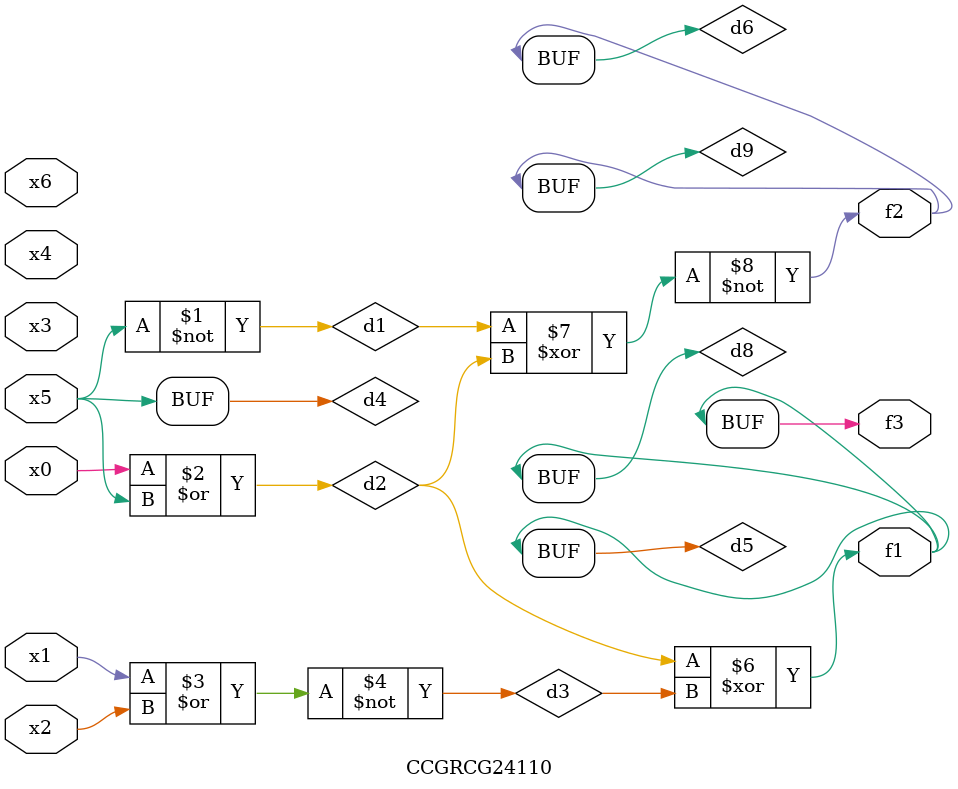
<source format=v>
module CCGRCG24110(
	input x0, x1, x2, x3, x4, x5, x6,
	output f1, f2, f3
);

	wire d1, d2, d3, d4, d5, d6, d7, d8, d9;

	nand (d1, x5);
	or (d2, x0, x5);
	nor (d3, x1, x2);
	xnor (d4, d1);
	xor (d5, d2, d3);
	xnor (d6, d1, d2);
	not (d7, x4);
	buf (d8, d5);
	xor (d9, d6);
	assign f1 = d8;
	assign f2 = d9;
	assign f3 = d8;
endmodule

</source>
